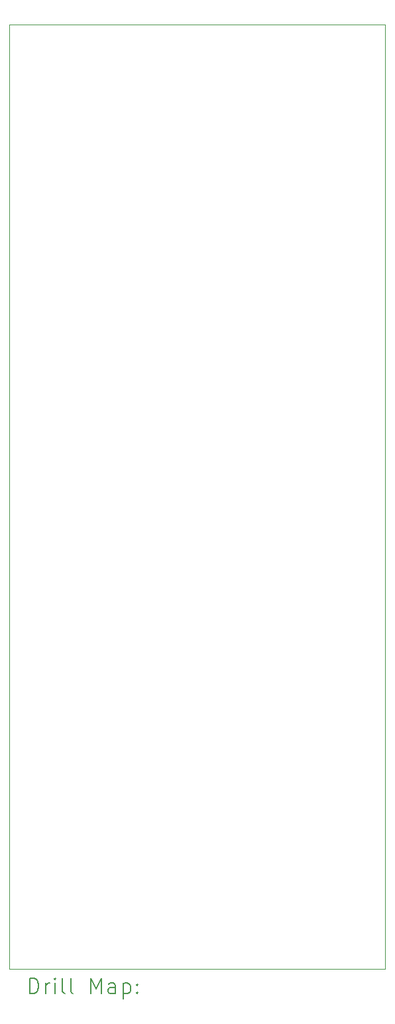
<source format=gbr>
%TF.GenerationSoftware,KiCad,Pcbnew,9.0.4*%
%TF.CreationDate,2025-10-04T20:57:21+02:00*%
%TF.ProjectId,DMH_Dual_VCA_Mk2_PCB_2,444d485f-4475-4616-9c5f-5643415f4d6b,1*%
%TF.SameCoordinates,Original*%
%TF.FileFunction,Drillmap*%
%TF.FilePolarity,Positive*%
%FSLAX45Y45*%
G04 Gerber Fmt 4.5, Leading zero omitted, Abs format (unit mm)*
G04 Created by KiCad (PCBNEW 9.0.4) date 2025-10-04 20:57:21*
%MOMM*%
%LPD*%
G01*
G04 APERTURE LIST*
%ADD10C,0.050000*%
%ADD11C,0.200000*%
G04 APERTURE END LIST*
D10*
X5100000Y-4250000D02*
X9900000Y-4250000D01*
X9900000Y-16300000D01*
X5100000Y-16300000D01*
X5100000Y-4250000D01*
D11*
X5358277Y-16613984D02*
X5358277Y-16413984D01*
X5358277Y-16413984D02*
X5405896Y-16413984D01*
X5405896Y-16413984D02*
X5434467Y-16423508D01*
X5434467Y-16423508D02*
X5453515Y-16442555D01*
X5453515Y-16442555D02*
X5463039Y-16461603D01*
X5463039Y-16461603D02*
X5472563Y-16499698D01*
X5472563Y-16499698D02*
X5472563Y-16528269D01*
X5472563Y-16528269D02*
X5463039Y-16566365D01*
X5463039Y-16566365D02*
X5453515Y-16585412D01*
X5453515Y-16585412D02*
X5434467Y-16604460D01*
X5434467Y-16604460D02*
X5405896Y-16613984D01*
X5405896Y-16613984D02*
X5358277Y-16613984D01*
X5558277Y-16613984D02*
X5558277Y-16480650D01*
X5558277Y-16518746D02*
X5567801Y-16499698D01*
X5567801Y-16499698D02*
X5577324Y-16490174D01*
X5577324Y-16490174D02*
X5596372Y-16480650D01*
X5596372Y-16480650D02*
X5615420Y-16480650D01*
X5682086Y-16613984D02*
X5682086Y-16480650D01*
X5682086Y-16413984D02*
X5672562Y-16423508D01*
X5672562Y-16423508D02*
X5682086Y-16433031D01*
X5682086Y-16433031D02*
X5691610Y-16423508D01*
X5691610Y-16423508D02*
X5682086Y-16413984D01*
X5682086Y-16413984D02*
X5682086Y-16433031D01*
X5805896Y-16613984D02*
X5786848Y-16604460D01*
X5786848Y-16604460D02*
X5777324Y-16585412D01*
X5777324Y-16585412D02*
X5777324Y-16413984D01*
X5910658Y-16613984D02*
X5891610Y-16604460D01*
X5891610Y-16604460D02*
X5882086Y-16585412D01*
X5882086Y-16585412D02*
X5882086Y-16413984D01*
X6139229Y-16613984D02*
X6139229Y-16413984D01*
X6139229Y-16413984D02*
X6205896Y-16556841D01*
X6205896Y-16556841D02*
X6272562Y-16413984D01*
X6272562Y-16413984D02*
X6272562Y-16613984D01*
X6453515Y-16613984D02*
X6453515Y-16509222D01*
X6453515Y-16509222D02*
X6443991Y-16490174D01*
X6443991Y-16490174D02*
X6424943Y-16480650D01*
X6424943Y-16480650D02*
X6386848Y-16480650D01*
X6386848Y-16480650D02*
X6367801Y-16490174D01*
X6453515Y-16604460D02*
X6434467Y-16613984D01*
X6434467Y-16613984D02*
X6386848Y-16613984D01*
X6386848Y-16613984D02*
X6367801Y-16604460D01*
X6367801Y-16604460D02*
X6358277Y-16585412D01*
X6358277Y-16585412D02*
X6358277Y-16566365D01*
X6358277Y-16566365D02*
X6367801Y-16547317D01*
X6367801Y-16547317D02*
X6386848Y-16537793D01*
X6386848Y-16537793D02*
X6434467Y-16537793D01*
X6434467Y-16537793D02*
X6453515Y-16528269D01*
X6548753Y-16480650D02*
X6548753Y-16680650D01*
X6548753Y-16490174D02*
X6567801Y-16480650D01*
X6567801Y-16480650D02*
X6605896Y-16480650D01*
X6605896Y-16480650D02*
X6624943Y-16490174D01*
X6624943Y-16490174D02*
X6634467Y-16499698D01*
X6634467Y-16499698D02*
X6643991Y-16518746D01*
X6643991Y-16518746D02*
X6643991Y-16575888D01*
X6643991Y-16575888D02*
X6634467Y-16594936D01*
X6634467Y-16594936D02*
X6624943Y-16604460D01*
X6624943Y-16604460D02*
X6605896Y-16613984D01*
X6605896Y-16613984D02*
X6567801Y-16613984D01*
X6567801Y-16613984D02*
X6548753Y-16604460D01*
X6729705Y-16594936D02*
X6739229Y-16604460D01*
X6739229Y-16604460D02*
X6729705Y-16613984D01*
X6729705Y-16613984D02*
X6720182Y-16604460D01*
X6720182Y-16604460D02*
X6729705Y-16594936D01*
X6729705Y-16594936D02*
X6729705Y-16613984D01*
X6729705Y-16490174D02*
X6739229Y-16499698D01*
X6739229Y-16499698D02*
X6729705Y-16509222D01*
X6729705Y-16509222D02*
X6720182Y-16499698D01*
X6720182Y-16499698D02*
X6729705Y-16490174D01*
X6729705Y-16490174D02*
X6729705Y-16509222D01*
M02*

</source>
